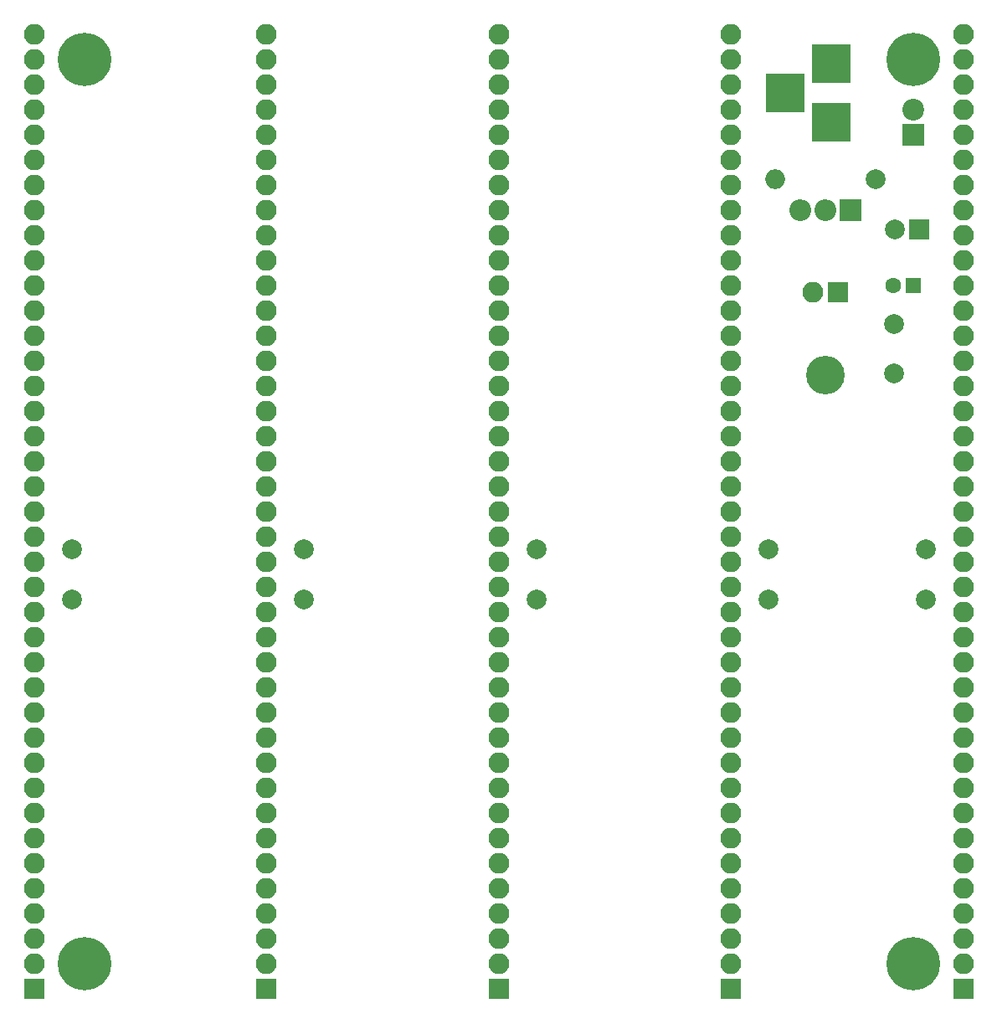
<source format=gts>
G04 #@! TF.FileFunction,Soldermask,Top*
%FSLAX46Y46*%
G04 Gerber Fmt 4.6, Leading zero omitted, Abs format (unit mm)*
G04 Created by KiCad (PCBNEW 4.0.7) date 02/11/19 21:11:47*
%MOMM*%
%LPD*%
G01*
G04 APERTURE LIST*
%ADD10C,0.100000*%
%ADD11R,2.100000X2.100000*%
%ADD12O,2.100000X2.100000*%
%ADD13R,2.000000X2.000000*%
%ADD14C,2.000000*%
%ADD15R,1.600000X1.600000*%
%ADD16C,1.600000*%
%ADD17R,3.900000X3.900000*%
%ADD18C,5.400000*%
%ADD19O,3.900000X3.900000*%
%ADD20R,2.200000X2.200000*%
%ADD21O,2.200000X2.200000*%
%ADD22C,2.200000*%
%ADD23O,2.000000X2.000000*%
G04 APERTURE END LIST*
D10*
D11*
X64770000Y-156210000D03*
D12*
X64770000Y-153670000D03*
X64770000Y-151130000D03*
X64770000Y-148590000D03*
X64770000Y-146050000D03*
X64770000Y-143510000D03*
X64770000Y-140970000D03*
X64770000Y-138430000D03*
X64770000Y-135890000D03*
X64770000Y-133350000D03*
X64770000Y-130810000D03*
X64770000Y-128270000D03*
X64770000Y-125730000D03*
X64770000Y-123190000D03*
X64770000Y-120650000D03*
X64770000Y-118110000D03*
X64770000Y-115570000D03*
X64770000Y-113030000D03*
X64770000Y-110490000D03*
X64770000Y-107950000D03*
X64770000Y-105410000D03*
X64770000Y-102870000D03*
X64770000Y-100330000D03*
X64770000Y-97790000D03*
X64770000Y-95250000D03*
X64770000Y-92710000D03*
X64770000Y-90170000D03*
X64770000Y-87630000D03*
X64770000Y-85090000D03*
X64770000Y-82550000D03*
X64770000Y-80010000D03*
X64770000Y-77470000D03*
X64770000Y-74930000D03*
X64770000Y-72390000D03*
X64770000Y-69850000D03*
X64770000Y-67310000D03*
X64770000Y-64770000D03*
X64770000Y-62230000D03*
X64770000Y-59690000D03*
D13*
X154305000Y-79375000D03*
D14*
X151805000Y-79375000D03*
D15*
X153670000Y-85090000D03*
D16*
X151670000Y-85090000D03*
D14*
X151765000Y-93980000D03*
X151765000Y-88980000D03*
X68580000Y-111760000D03*
X68580000Y-116760000D03*
X92075000Y-111760000D03*
X92075000Y-116760000D03*
X115570000Y-111760000D03*
X115570000Y-116760000D03*
X139065000Y-111760000D03*
X139065000Y-116760000D03*
X154940000Y-111760000D03*
X154940000Y-116760000D03*
D17*
X145415000Y-68580000D03*
X145415000Y-62580000D03*
X140715000Y-65580000D03*
D11*
X88265000Y-156210000D03*
D12*
X88265000Y-153670000D03*
X88265000Y-151130000D03*
X88265000Y-148590000D03*
X88265000Y-146050000D03*
X88265000Y-143510000D03*
X88265000Y-140970000D03*
X88265000Y-138430000D03*
X88265000Y-135890000D03*
X88265000Y-133350000D03*
X88265000Y-130810000D03*
X88265000Y-128270000D03*
X88265000Y-125730000D03*
X88265000Y-123190000D03*
X88265000Y-120650000D03*
X88265000Y-118110000D03*
X88265000Y-115570000D03*
X88265000Y-113030000D03*
X88265000Y-110490000D03*
X88265000Y-107950000D03*
X88265000Y-105410000D03*
X88265000Y-102870000D03*
X88265000Y-100330000D03*
X88265000Y-97790000D03*
X88265000Y-95250000D03*
X88265000Y-92710000D03*
X88265000Y-90170000D03*
X88265000Y-87630000D03*
X88265000Y-85090000D03*
X88265000Y-82550000D03*
X88265000Y-80010000D03*
X88265000Y-77470000D03*
X88265000Y-74930000D03*
X88265000Y-72390000D03*
X88265000Y-69850000D03*
X88265000Y-67310000D03*
X88265000Y-64770000D03*
X88265000Y-62230000D03*
X88265000Y-59690000D03*
D11*
X111760000Y-156210000D03*
D12*
X111760000Y-153670000D03*
X111760000Y-151130000D03*
X111760000Y-148590000D03*
X111760000Y-146050000D03*
X111760000Y-143510000D03*
X111760000Y-140970000D03*
X111760000Y-138430000D03*
X111760000Y-135890000D03*
X111760000Y-133350000D03*
X111760000Y-130810000D03*
X111760000Y-128270000D03*
X111760000Y-125730000D03*
X111760000Y-123190000D03*
X111760000Y-120650000D03*
X111760000Y-118110000D03*
X111760000Y-115570000D03*
X111760000Y-113030000D03*
X111760000Y-110490000D03*
X111760000Y-107950000D03*
X111760000Y-105410000D03*
X111760000Y-102870000D03*
X111760000Y-100330000D03*
X111760000Y-97790000D03*
X111760000Y-95250000D03*
X111760000Y-92710000D03*
X111760000Y-90170000D03*
X111760000Y-87630000D03*
X111760000Y-85090000D03*
X111760000Y-82550000D03*
X111760000Y-80010000D03*
X111760000Y-77470000D03*
X111760000Y-74930000D03*
X111760000Y-72390000D03*
X111760000Y-69850000D03*
X111760000Y-67310000D03*
X111760000Y-64770000D03*
X111760000Y-62230000D03*
X111760000Y-59690000D03*
D11*
X135255000Y-156210000D03*
D12*
X135255000Y-153670000D03*
X135255000Y-151130000D03*
X135255000Y-148590000D03*
X135255000Y-146050000D03*
X135255000Y-143510000D03*
X135255000Y-140970000D03*
X135255000Y-138430000D03*
X135255000Y-135890000D03*
X135255000Y-133350000D03*
X135255000Y-130810000D03*
X135255000Y-128270000D03*
X135255000Y-125730000D03*
X135255000Y-123190000D03*
X135255000Y-120650000D03*
X135255000Y-118110000D03*
X135255000Y-115570000D03*
X135255000Y-113030000D03*
X135255000Y-110490000D03*
X135255000Y-107950000D03*
X135255000Y-105410000D03*
X135255000Y-102870000D03*
X135255000Y-100330000D03*
X135255000Y-97790000D03*
X135255000Y-95250000D03*
X135255000Y-92710000D03*
X135255000Y-90170000D03*
X135255000Y-87630000D03*
X135255000Y-85090000D03*
X135255000Y-82550000D03*
X135255000Y-80010000D03*
X135255000Y-77470000D03*
X135255000Y-74930000D03*
X135255000Y-72390000D03*
X135255000Y-69850000D03*
X135255000Y-67310000D03*
X135255000Y-64770000D03*
X135255000Y-62230000D03*
X135255000Y-59690000D03*
D11*
X158750000Y-156210000D03*
D12*
X158750000Y-153670000D03*
X158750000Y-151130000D03*
X158750000Y-148590000D03*
X158750000Y-146050000D03*
X158750000Y-143510000D03*
X158750000Y-140970000D03*
X158750000Y-138430000D03*
X158750000Y-135890000D03*
X158750000Y-133350000D03*
X158750000Y-130810000D03*
X158750000Y-128270000D03*
X158750000Y-125730000D03*
X158750000Y-123190000D03*
X158750000Y-120650000D03*
X158750000Y-118110000D03*
X158750000Y-115570000D03*
X158750000Y-113030000D03*
X158750000Y-110490000D03*
X158750000Y-107950000D03*
X158750000Y-105410000D03*
X158750000Y-102870000D03*
X158750000Y-100330000D03*
X158750000Y-97790000D03*
X158750000Y-95250000D03*
X158750000Y-92710000D03*
X158750000Y-90170000D03*
X158750000Y-87630000D03*
X158750000Y-85090000D03*
X158750000Y-82550000D03*
X158750000Y-80010000D03*
X158750000Y-77470000D03*
X158750000Y-74930000D03*
X158750000Y-72390000D03*
X158750000Y-69850000D03*
X158750000Y-67310000D03*
X158750000Y-64770000D03*
X158750000Y-62230000D03*
X158750000Y-59690000D03*
D18*
X69850000Y-153670000D03*
X153670000Y-153670000D03*
X153670000Y-62230000D03*
X69850000Y-62230000D03*
D19*
X144780000Y-94130000D03*
D20*
X147320000Y-77470000D03*
D21*
X144780000Y-77470000D03*
X142240000Y-77470000D03*
D11*
X146050000Y-85725000D03*
D12*
X143510000Y-85725000D03*
D20*
X153670000Y-69850000D03*
D22*
X153670000Y-67310000D03*
D14*
X149860000Y-74295000D03*
D23*
X139700000Y-74295000D03*
M02*

</source>
